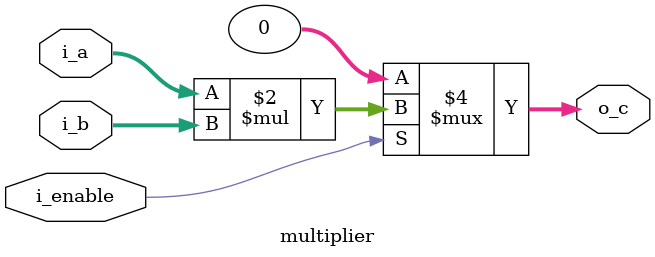
<source format=sv>

module multiplier(
    input [31:0] i_a,
    input [31:0] i_b,
    input i_enable,
    output reg [31:0] o_c

);

always @(*) begin
    if (i_enable) begin
        o_c = i_a * i_b;
    end
    else begin
        o_c = 32'h0;
    end
end

endmodule
</source>
